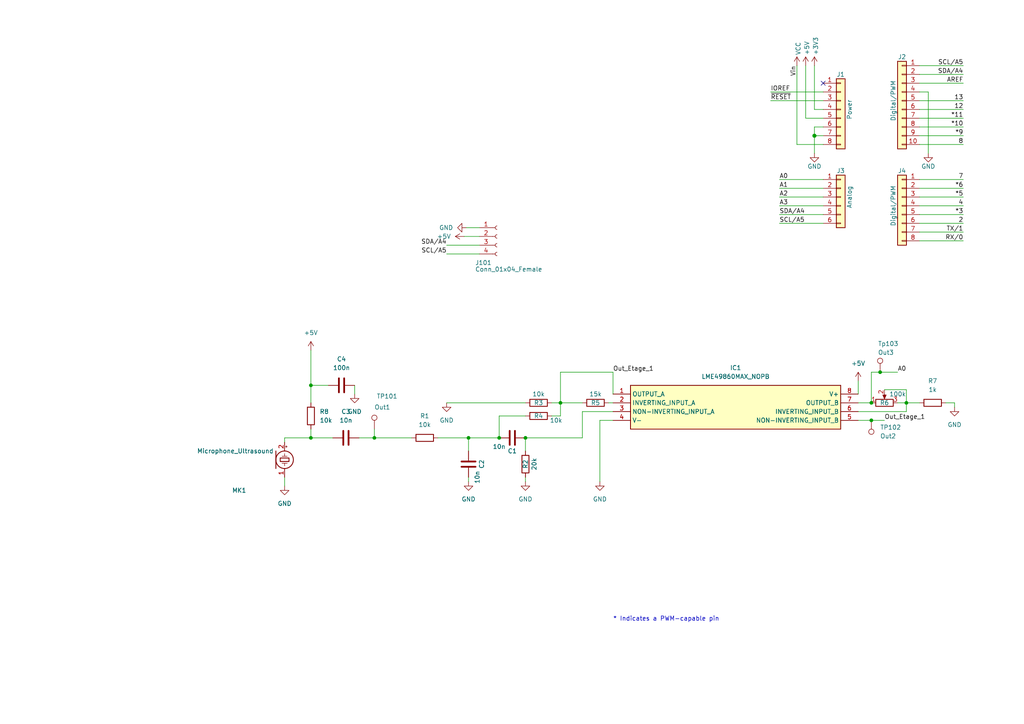
<source format=kicad_sch>
(kicad_sch (version 20230121) (generator eeschema)
  (paper "A4")
  (title_block (date "mar. 31 mars 2015"))
  (lib_symbols
    (symbol "+5V_1" (power) (pin_names (offset 0))
      (property "Value" "+5V_1" (at 0 3.556 0))
      (symbol "+5V_1_0_1"
        (polyline (pts (xy -0.762 1.27) (xy 0 2.54)))
        (polyline (pts (xy 0 0) (xy 0 2.54)))
        (polyline (pts (xy 0 2.54) (xy 0.762 1.27)))
      )
      (symbol "+5V_1_1_1"
        (pin power_in line (at 0 0 90) (length 0) hide (name "+5V") (number "1"))
      )
    )
    (symbol "+5V_2" (power) (pin_names (offset 0))
      (property "Value" "+5V_2" (at 0 3.556 0))
      (symbol "+5V_2_0_1"
        (polyline (pts (xy -0.762 1.27) (xy 0 2.54)))
        (polyline (pts (xy 0 0) (xy 0 2.54)))
        (polyline (pts (xy 0 2.54) (xy 0.762 1.27)))
      )
      (symbol "+5V_2_1_1"
        (pin power_in line (at 0 0 90) (length 0) hide (name "+5V") (number "1"))
      )
    )
    (symbol "Connector:Conn_01x04_Female" (pin_names (offset 1.016) hide)
      (property "Reference" "J" (at 0 5.08 0))
      (property "Value" "Conn_01x04_Female" (at 0 -7.62 0))
      (symbol "Conn_01x04_Female_1_1"
        (arc (start 0 -4.572) (mid -0.5058 -5.08) (end 0 -5.588) (stroke (width 0.1524)))
        (arc (start 0 -2.032) (mid -0.5058 -2.54) (end 0 -3.048) (stroke (width 0.1524)))
        (polyline (pts (xy -1.27 -5.08) (xy -0.508 -5.08)) (stroke (width 0.1524)))
        (polyline (pts (xy -1.27 -2.54) (xy -0.508 -2.54)) (stroke (width 0.1524)))
        (polyline (pts (xy -1.27 0) (xy -0.508 0)) (stroke (width 0.1524)))
        (polyline (pts (xy -1.27 2.54) (xy -0.508 2.54)) (stroke (width 0.1524)))
        (arc (start 0 0.508) (mid -0.5058 0) (end 0 -0.508) (stroke (width 0.1524)))
        (arc (start 0 3.048) (mid -0.5058 2.54) (end 0 2.032) (stroke (width 0.1524)))
        (pin passive line (at -5.08 2.54 0) (length 3.81) (name "Pin_1") (number "1"))
        (pin passive line (at -5.08 0 0) (length 3.81) (name "Pin_2") (number "2"))
        (pin passive line (at -5.08 -2.54 0) (length 3.81) (name "Pin_3") (number "3"))
        (pin passive line (at -5.08 -5.08 0) (length 3.81) (name "Pin_4") (number "4"))
      )
    )
    (symbol "Connector:TestPoint" (pin_numbers hide) (pin_names (offset 0.762) hide)
      (property "Reference" "TP" (at 0 6.858 0))
      (property "Value" "TestPoint" (at 0 5.08 0))
      (symbol "TestPoint_0_1"
        (circle (center 0 3.302) (radius 0.762))
      )
      (symbol "TestPoint_1_1"
        (pin passive line (at 0 0 90) (length 2.54) (name "1") (number "1"))
      )
    )
    (symbol "Connector_Generic:Conn_01x06" (pin_names (offset 1.016) hide)
      (property "Reference" "J" (at 0 7.62 0))
      (property "Value" "Conn_01x06" (at 0 -10.16 0))
      (symbol "Conn_01x06_1_1"
        (rectangle (start -1.27 -7.493) (end 0 -7.747) (stroke (width 0.1524)))
        (rectangle (start -1.27 -4.953) (end 0 -5.207) (stroke (width 0.1524)))
        (rectangle (start -1.27 -2.413) (end 0 -2.667) (stroke (width 0.1524)))
        (rectangle (start -1.27 0.127) (end 0 -0.127) (stroke (width 0.1524)))
        (rectangle (start -1.27 2.667) (end 0 2.413) (stroke (width 0.1524)))
        (rectangle (start -1.27 5.207) (end 0 4.953) (stroke (width 0.1524)))
        (rectangle (start -1.27 6.35) (end 1.27 -8.89) (stroke (width 0.254)) (fill (type background)))
        (pin passive line (at -5.08 5.08 0) (length 3.81) (name "Pin_1") (number "1"))
        (pin passive line (at -5.08 2.54 0) (length 3.81) (name "Pin_2") (number "2"))
        (pin passive line (at -5.08 0 0) (length 3.81) (name "Pin_3") (number "3"))
        (pin passive line (at -5.08 -2.54 0) (length 3.81) (name "Pin_4") (number "4"))
        (pin passive line (at -5.08 -5.08 0) (length 3.81) (name "Pin_5") (number "5"))
        (pin passive line (at -5.08 -7.62 0) (length 3.81) (name "Pin_6") (number "6"))
      )
    )
    (symbol "Connector_Generic:Conn_01x08" (pin_names (offset 1.016) hide)
      (property "Reference" "J" (at 0 10.16 0))
      (property "Value" "Conn_01x08" (at 0 -12.7 0))
      (symbol "Conn_01x08_1_1"
        (rectangle (start -1.27 -10.033) (end 0 -10.287) (stroke (width 0.1524)))
        (rectangle (start -1.27 -7.493) (end 0 -7.747) (stroke (width 0.1524)))
        (rectangle (start -1.27 -4.953) (end 0 -5.207) (stroke (width 0.1524)))
        (rectangle (start -1.27 -2.413) (end 0 -2.667) (stroke (width 0.1524)))
        (rectangle (start -1.27 0.127) (end 0 -0.127) (stroke (width 0.1524)))
        (rectangle (start -1.27 2.667) (end 0 2.413) (stroke (width 0.1524)))
        (rectangle (start -1.27 5.207) (end 0 4.953) (stroke (width 0.1524)))
        (rectangle (start -1.27 7.747) (end 0 7.493) (stroke (width 0.1524)))
        (rectangle (start -1.27 8.89) (end 1.27 -11.43) (stroke (width 0.254)) (fill (type background)))
        (pin passive line (at -5.08 7.62 0) (length 3.81) (name "Pin_1") (number "1"))
        (pin passive line (at -5.08 5.08 0) (length 3.81) (name "Pin_2") (number "2"))
        (pin passive line (at -5.08 2.54 0) (length 3.81) (name "Pin_3") (number "3"))
        (pin passive line (at -5.08 0 0) (length 3.81) (name "Pin_4") (number "4"))
        (pin passive line (at -5.08 -2.54 0) (length 3.81) (name "Pin_5") (number "5"))
        (pin passive line (at -5.08 -5.08 0) (length 3.81) (name "Pin_6") (number "6"))
        (pin passive line (at -5.08 -7.62 0) (length 3.81) (name "Pin_7") (number "7"))
        (pin passive line (at -5.08 -10.16 0) (length 3.81) (name "Pin_8") (number "8"))
      )
    )
    (symbol "Connector_Generic:Conn_01x10" (pin_names (offset 1.016) hide)
      (property "Reference" "J" (at 0 12.7 0))
      (property "Value" "Conn_01x10" (at 0 -15.24 0))
      (symbol "Conn_01x10_1_1"
        (rectangle (start -1.27 -12.573) (end 0 -12.827) (stroke (width 0.1524)))
        (rectangle (start -1.27 -10.033) (end 0 -10.287) (stroke (width 0.1524)))
        (rectangle (start -1.27 -7.493) (end 0 -7.747) (stroke (width 0.1524)))
        (rectangle (start -1.27 -4.953) (end 0 -5.207) (stroke (width 0.1524)))
        (rectangle (start -1.27 -2.413) (end 0 -2.667) (stroke (width 0.1524)))
        (rectangle (start -1.27 0.127) (end 0 -0.127) (stroke (width 0.1524)))
        (rectangle (start -1.27 2.667) (end 0 2.413) (stroke (width 0.1524)))
        (rectangle (start -1.27 5.207) (end 0 4.953) (stroke (width 0.1524)))
        (rectangle (start -1.27 7.747) (end 0 7.493) (stroke (width 0.1524)))
        (rectangle (start -1.27 10.287) (end 0 10.033) (stroke (width 0.1524)))
        (rectangle (start -1.27 11.43) (end 1.27 -13.97) (stroke (width 0.254)) (fill (type background)))
        (pin passive line (at -5.08 10.16 0) (length 3.81) (name "Pin_1") (number "1"))
        (pin passive line (at -5.08 -12.7 0) (length 3.81) (name "Pin_10") (number "10"))
        (pin passive line (at -5.08 7.62 0) (length 3.81) (name "Pin_2") (number "2"))
        (pin passive line (at -5.08 5.08 0) (length 3.81) (name "Pin_3") (number "3"))
        (pin passive line (at -5.08 2.54 0) (length 3.81) (name "Pin_4") (number "4"))
        (pin passive line (at -5.08 0 0) (length 3.81) (name "Pin_5") (number "5"))
        (pin passive line (at -5.08 -2.54 0) (length 3.81) (name "Pin_6") (number "6"))
        (pin passive line (at -5.08 -5.08 0) (length 3.81) (name "Pin_7") (number "7"))
        (pin passive line (at -5.08 -7.62 0) (length 3.81) (name "Pin_8") (number "8"))
        (pin passive line (at -5.08 -10.16 0) (length 3.81) (name "Pin_9") (number "9"))
      )
    )
    (symbol "Device:C" (pin_numbers hide) (pin_names (offset 0.254))
      (property "Reference" "C" (at 0.635 2.54 0))
      (property "Value" "C" (at 0.635 -2.54 0))
      (symbol "C_0_1"
        (polyline (pts (xy -2.032 -0.762) (xy 2.032 -0.762)) (stroke (width 0.508)))
        (polyline (pts (xy -2.032 0.762) (xy 2.032 0.762)) (stroke (width 0.508)))
      )
      (symbol "C_1_1"
        (pin passive line (at 0 3.81 270) (length 2.794) (name "~") (number "1"))
        (pin passive line (at 0 -3.81 90) (length 2.794) (name "~") (number "2"))
      )
    )
    (symbol "Device:Microphone_Ultrasound" (pin_names (offset 0.0254) hide)
      (property "Reference" "MK" (at -3.81 1.143 0))
      (property "Value" "Microphone_Ultrasound" (at -3.81 -0.762 0))
      (symbol "Microphone_Ultrasound_0_1"
        (rectangle (start -1.27 0.508) (end 1.27 -0.508) (stroke (width 0.254)))
        (polyline (pts (xy -2.54 2.54) (xy -2.54 -2.54)) (stroke (width 0.254)))
        (polyline (pts (xy -0.762 -1.016) (xy 0.762 -1.016)))
        (polyline (pts (xy -0.762 1.016) (xy 0.762 1.016)))
        (polyline (pts (xy 0 -1.016) (xy 0 -1.778)))
        (polyline (pts (xy 0 1.016) (xy 0 1.778)))
        (polyline (pts (xy 0.254 3.81) (xy 0.762 3.81)))
        (polyline (pts (xy 0.508 4.064) (xy 0.508 3.556)))
        (circle (center 0 0) (radius 2.54) (stroke (width 0.254)))
      )
      (symbol "Microphone_Ultrasound_1_1"
        (pin passive line (at 0 -5.08 90) (length 2.54) (name "-") (number "1"))
        (pin passive line (at 0 5.08 270) (length 2.54) (name "+") (number "2"))
      )
    )
    (symbol "Device:R" (pin_numbers hide) (pin_names (offset 0))
      (property "Reference" "R" (at 2.032 0 90))
      (property "Value" "R" (at 0 0 90))
      (symbol "R_0_1"
        (rectangle (start -1.016 -2.54) (end 1.016 2.54) (stroke (width 0.254)))
      )
      (symbol "R_1_1"
        (pin passive line (at 0 3.81 270) (length 1.27) (name "~") (number "1"))
        (pin passive line (at 0 -3.81 90) (length 1.27) (name "~") (number "2"))
      )
    )
    (symbol "Device:R_Potentiometer" (pin_names (offset 1.016) hide)
      (property "Reference" "RV" (at -4.445 0 90))
      (property "Value" "R_Potentiometer" (at -2.54 0 90))
      (symbol "R_Potentiometer_0_1"
        (polyline (pts (xy 2.54 0) (xy 1.524 0)))
        (polyline (pts (xy 1.143 0) (xy 2.286 0.508) (xy 2.286 -0.508) (xy 1.143 0)) (fill (type outline)))
        (rectangle (start 1.016 2.54) (end -1.016 -2.54) (stroke (width 0.254)))
      )
      (symbol "R_Potentiometer_1_1"
        (pin passive line (at 0 3.81 270) (length 1.27) (name "1") (number "1"))
        (pin passive line (at 3.81 0 180) (length 1.27) (name "2") (number "2"))
        (pin passive line (at 0 -3.81 90) (length 1.27) (name "3") (number "3"))
      )
    )
    (symbol "GND_1" (power) (pin_names (offset 0))
      (property "Value" "GND_1" (at 0 -3.81 0))
      (symbol "GND_1_0_1"
        (polyline (pts (xy 0 0) (xy 0 -1.27) (xy 1.27 -1.27) (xy 0 -2.54) (xy -1.27 -1.27) (xy 0 -1.27)))
      )
      (symbol "GND_1_1_1"
        (pin power_in line (at 0 0 270) (length 0) hide (name "GND") (number "1"))
      )
    )
    (symbol "GND_2" (power) (pin_names (offset 0))
      (property "Value" "GND_2" (at 0 -3.81 0))
      (symbol "GND_2_0_1"
        (polyline (pts (xy 0 0) (xy 0 -1.27) (xy 1.27 -1.27) (xy 0 -2.54) (xy -1.27 -1.27) (xy 0 -1.27)))
      )
      (symbol "GND_2_1_1"
        (pin power_in line (at 0 0 270) (length 0) hide (name "GND") (number "1"))
      )
    )
    (symbol "GND_3" (power) (pin_names (offset 0))
      (property "Value" "GND_3" (at 0 -3.81 0))
      (symbol "GND_3_0_1"
        (polyline (pts (xy 0 0) (xy 0 -1.27) (xy 1.27 -1.27) (xy 0 -2.54) (xy -1.27 -1.27) (xy 0 -1.27)))
      )
      (symbol "GND_3_1_1"
        (pin power_in line (at 0 0 270) (length 0) hide (name "GND") (number "1"))
      )
    )
    (symbol "GND_4" (power) (pin_names (offset 0))
      (property "Value" "GND_4" (at 0 -3.81 0))
      (symbol "GND_4_0_1"
        (polyline (pts (xy 0 0) (xy 0 -1.27) (xy 1.27 -1.27) (xy 0 -2.54) (xy -1.27 -1.27) (xy 0 -1.27)))
      )
      (symbol "GND_4_1_1"
        (pin power_in line (at 0 0 270) (length 0) hide (name "GND") (number "1"))
      )
    )
    (symbol "LME49860MAX_NOPB:LME49860MAX_NOPB"
      (property "Reference" "IC" (at 67.31 7.62 0))
      (property "Value" "LME49860MAX_NOPB" (at 67.31 5.08 0))
      (symbol "LME49860MAX_NOPB_1_1"
        (rectangle (start 5.08 2.54) (end 66.04 -10.16) (stroke (width 0.254)) (fill (type background)))
        (pin passive line (at 0 0 0) (length 5.08) (name "OUTPUT_A") (number "1"))
        (pin passive line (at 0 -2.54 0) (length 5.08) (name "INVERTING_INPUT_A") (number "2"))
        (pin passive line (at 0 -5.08 0) (length 5.08) (name "NON-INVERTING_INPUT_A") (number "3"))
        (pin passive line (at 0 -7.62 0) (length 5.08) (name "V-") (number "4"))
        (pin passive line (at 71.12 -7.62 180) (length 5.08) (name "NON-INVERTING_INPUT_B") (number "5"))
        (pin passive line (at 71.12 -5.08 180) (length 5.08) (name "INVERTING_INPUT_B") (number "6"))
        (pin passive line (at 71.12 -2.54 180) (length 5.08) (name "OUTPUT_B") (number "7"))
        (pin passive line (at 71.12 0 180) (length 5.08) (name "V+") (number "8"))
      )
    )
    (symbol "power:+3V3" (power) (pin_names (offset 0))
      (property "Value" "+3V3" (at 0 3.556 0))
      (symbol "+3V3_0_1"
        (polyline (pts (xy -0.762 1.27) (xy 0 2.54)))
        (polyline (pts (xy 0 0) (xy 0 2.54)))
        (polyline (pts (xy 0 2.54) (xy 0.762 1.27)))
      )
      (symbol "+3V3_1_1"
        (pin power_in line (at 0 0 90) (length 0) hide (name "+3V3") (number "1"))
      )
    )
    (symbol "power:+5V" (power) (pin_names (offset 0))
      (property "Value" "+5V" (at 0 3.556 0))
      (symbol "+5V_0_1"
        (polyline (pts (xy -0.762 1.27) (xy 0 2.54)))
        (polyline (pts (xy 0 0) (xy 0 2.54)))
        (polyline (pts (xy 0 2.54) (xy 0.762 1.27)))
      )
      (symbol "+5V_1_1"
        (pin power_in line (at 0 0 90) (length 0) hide (name "+5V") (number "1"))
      )
    )
    (symbol "power:GND" (power) (pin_names (offset 0))
      (property "Value" "GND" (at 0 -3.81 0))
      (symbol "GND_0_1"
        (polyline (pts (xy 0 0) (xy 0 -1.27) (xy 1.27 -1.27) (xy 0 -2.54) (xy -1.27 -1.27) (xy 0 -1.27)))
      )
      (symbol "GND_1_1"
        (pin power_in line (at 0 0 270) (length 0) hide (name "GND") (number "1"))
      )
    )
    (symbol "power:VCC" (power) (pin_names (offset 0))
      (property "Value" "VCC" (at 0 3.81 0))
      (symbol "VCC_0_1"
        (polyline (pts (xy -0.762 1.27) (xy 0 2.54)))
        (polyline (pts (xy 0 0) (xy 0 2.54)))
        (polyline (pts (xy 0 2.54) (xy 0.762 1.27)))
      )
      (symbol "VCC_1_1"
        (pin power_in line (at 0 0 90) (length 0) hide (name "VCC") (number "1"))
      )
    )
  )
  (junction (at 90.17 111.76))
  (junction (at 236.22 39.37) (diameter 1.016))
  (junction (at 135.89 127))
  (junction (at 152.4 127))
  (junction (at 108.585 127))
  (junction (at 144.78 127))
  (junction (at 252.73 116.84))
  (junction (at 162.56 116.84))
  (junction (at 90.17 127))
  (junction (at 255.27 107.95))
  (junction (at 262.89 116.84))
  (junction (at 252.73 121.92))
  (no_connect (at 238.76 24.13))
  (wire (pts (xy 266.7 69.85) (xy 279.4 69.85)))
  (wire (pts (xy 144.78 120.65) (xy 152.4 120.65)))
  (wire (pts (xy 252.73 121.92) (xy 256.54 121.92)))
  (wire (pts (xy 144.78 127) (xy 144.78 120.65)))
  (wire (pts (xy 90.17 124.46) (xy 90.17 127)))
  (wire (pts (xy 266.7 36.83) (xy 279.4 36.83)))
  (wire (pts (xy 135.89 127) (xy 135.89 130.81)))
  (wire (pts (xy 266.7 19.05) (xy 279.4 19.05)))
  (wire (pts (xy 104.14 127) (xy 108.585 127)))
  (wire (pts (xy 90.17 111.76) (xy 95.25 111.76)))
  (wire (pts (xy 248.92 110.49) (xy 248.92 114.3)))
  (wire (pts (xy 102.87 114.3) (xy 102.87 111.76)))
  (wire (pts (xy 177.8 107.95) (xy 177.8 114.3)))
  (wire (pts (xy 129.54 71.12) (xy 139.065 71.12)))
  (wire (pts (xy 236.22 36.83) (xy 236.22 39.37)))
  (wire (pts (xy 82.55 138.43) (xy 82.55 140.97)))
  (wire (pts (xy 226.06 64.77) (xy 238.76 64.77)))
  (wire (pts (xy 134.62 68.58) (xy 139.065 68.58)))
  (wire (pts (xy 162.56 120.65) (xy 162.56 116.84)))
  (wire (pts (xy 252.73 107.95) (xy 255.27 107.95)))
  (wire (pts (xy 274.32 116.84) (xy 276.86 116.84)))
  (wire (pts (xy 173.99 121.92) (xy 173.99 139.7)))
  (wire (pts (xy 90.17 101.6) (xy 90.17 111.76)))
  (wire (pts (xy 236.22 39.37) (xy 236.22 44.45)))
  (wire (pts (xy 177.8 119.38) (xy 168.91 119.38)))
  (wire (pts (xy 168.91 119.38) (xy 168.91 127)))
  (wire (pts (xy 236.22 31.75) (xy 238.76 31.75)))
  (wire (pts (xy 248.92 119.38) (xy 262.89 119.38)))
  (wire (pts (xy 233.68 34.29) (xy 238.76 34.29)))
  (wire (pts (xy 233.68 19.05) (xy 233.68 34.29)))
  (wire (pts (xy 162.56 116.84) (xy 168.91 116.84)))
  (wire (pts (xy 266.7 29.21) (xy 279.4 29.21)))
  (wire (pts (xy 127 127) (xy 135.89 127)))
  (wire (pts (xy 236.22 19.05) (xy 236.22 31.75)))
  (wire (pts (xy 266.7 52.07) (xy 279.4 52.07)))
  (wire (pts (xy 238.76 52.07) (xy 226.06 52.07)))
  (wire (pts (xy 266.7 31.75) (xy 279.4 31.75)))
  (wire (pts (xy 266.7 54.61) (xy 279.4 54.61)))
  (wire (pts (xy 176.53 116.84) (xy 177.8 116.84)))
  (wire (pts (xy 256.54 113.03) (xy 262.89 113.03)))
  (wire (pts (xy 266.7 39.37) (xy 279.4 39.37)))
  (wire (pts (xy 266.7 59.69) (xy 279.4 59.69)))
  (wire (pts (xy 135.255 66.04) (xy 139.065 66.04)))
  (wire (pts (xy 152.4 127) (xy 168.91 127)))
  (wire (pts (xy 255.27 107.95) (xy 260.35 107.95)))
  (wire (pts (xy 248.92 116.84) (xy 252.73 116.84)))
  (wire (pts (xy 223.52 26.67) (xy 238.76 26.67)))
  (wire (pts (xy 162.56 107.95) (xy 177.8 107.95)))
  (wire (pts (xy 90.17 111.76) (xy 90.17 116.84)))
  (wire (pts (xy 269.24 26.67) (xy 269.24 44.45)))
  (wire (pts (xy 173.99 121.92) (xy 177.8 121.92)))
  (wire (pts (xy 266.7 24.13) (xy 279.4 24.13)))
  (wire (pts (xy 160.02 116.84) (xy 162.56 116.84)))
  (wire (pts (xy 248.92 121.92) (xy 252.73 121.92)))
  (wire (pts (xy 238.76 57.15) (xy 226.06 57.15)))
  (wire (pts (xy 223.52 29.21) (xy 238.76 29.21)))
  (wire (pts (xy 238.76 39.37) (xy 236.22 39.37)))
  (wire (pts (xy 152.4 116.84) (xy 129.54 116.84)))
  (wire (pts (xy 252.73 116.84) (xy 252.73 107.95)))
  (wire (pts (xy 238.76 41.91) (xy 231.14 41.91)))
  (wire (pts (xy 262.89 113.03) (xy 262.89 116.84)))
  (wire (pts (xy 162.56 120.65) (xy 160.02 120.65)))
  (wire (pts (xy 90.17 127) (xy 96.52 127)))
  (wire (pts (xy 226.06 54.61) (xy 238.76 54.61)))
  (wire (pts (xy 260.35 116.84) (xy 262.89 116.84)))
  (wire (pts (xy 266.7 26.67) (xy 269.24 26.67)))
  (wire (pts (xy 82.55 128.27) (xy 82.55 127)))
  (wire (pts (xy 238.76 36.83) (xy 236.22 36.83)))
  (wire (pts (xy 266.7 34.29) (xy 279.4 34.29)))
  (wire (pts (xy 262.89 116.84) (xy 266.7 116.84)))
  (wire (pts (xy 108.585 124.46) (xy 108.585 127)))
  (wire (pts (xy 266.7 57.15) (xy 279.4 57.15)))
  (wire (pts (xy 226.06 59.69) (xy 238.76 59.69)))
  (wire (pts (xy 108.585 127) (xy 119.38 127)))
  (wire (pts (xy 152.4 139.7) (xy 152.4 138.43)))
  (wire (pts (xy 262.89 116.84) (xy 262.89 119.38)))
  (wire (pts (xy 135.89 138.43) (xy 135.89 139.7)))
  (wire (pts (xy 82.55 127) (xy 90.17 127)))
  (wire (pts (xy 266.7 21.59) (xy 279.4 21.59)))
  (wire (pts (xy 129.54 73.66) (xy 139.065 73.66)))
  (wire (pts (xy 276.86 116.84) (xy 276.86 118.11)))
  (wire (pts (xy 266.7 64.77) (xy 279.4 64.77)))
  (wire (pts (xy 266.7 62.23) (xy 279.4 62.23)))
  (wire (pts (xy 144.78 127) (xy 135.89 127)))
  (wire (pts (xy 162.56 107.95) (xy 162.56 116.84)))
  (wire (pts (xy 266.7 67.31) (xy 279.4 67.31)))
  (wire (pts (xy 231.14 41.91) (xy 231.14 19.05)))
  (wire (pts (xy 152.4 127) (xy 152.4 130.81)))
  (wire (pts (xy 238.76 62.23) (xy 226.06 62.23)))
  (wire (pts (xy 266.7 41.91) (xy 279.4 41.91)))
  (text "* Indicates a PWM-capable pin" (at 177.8 180.34 0) (effects (font (size 1.27 1.27)) (justify left bottom)))
  (label "RX{slash}0" (at 279.4 69.85 180))
  (label "A2" (at 226.06 57.15 0))
  (label "4" (at 279.4 59.69 180))
  (label "2" (at 279.4 64.77 180))
  (label "A3" (at 226.06 59.69 0))
  (label "13" (at 279.4 29.21 180))
  (label "12" (at 279.4 31.75 180))
  (label "Out_Etage_1" (at 177.8 107.95 0))
  (label "~{RESET}" (at 223.52 29.21 0))
  (label "Out_Etage_1" (at 256.54 121.92 0))
  (label "*10" (at 279.4 36.83 180))
  (label "SCL{slash}A5" (at 129.54 73.66 180))
  (label "7" (at 279.4 52.07 180))
  (label "SDA{slash}A4" (at 279.4 21.59 180))
  (label "8" (at 279.4 41.91 180))
  (label "*11" (at 279.4 34.29 180))
  (label "*3" (at 279.4 62.23 180))
  (label "A1" (at 226.06 54.61 0))
  (label "TX{slash}1" (at 279.4 67.31 180))
  (label "A0" (at 226.06 52.07 0))
  (label "AREF" (at 279.4 24.13 180))
  (label "Vin" (at 231.14 19.05 270))
  (label "*6" (at 279.4 54.61 180))
  (label "SCL{slash}A5" (at 279.4 19.05 180))
  (label "*9" (at 279.4 39.37 180))
  (label "A0" (at 260.35 107.95 0))
  (label "*5" (at 279.4 57.15 180))
  (label "IOREF" (at 223.52 26.67 0))
  (label "SDA{slash}A4" (at 129.54 71.12 180))
  (label "SDA{slash}A4" (at 226.06 62.23 0))
  (label "SCL{slash}A5" (at 226.06 64.77 0))
  (symbol (lib_id "Connector_Generic:Conn_01x08") (at 243.84 31.75 0) (unit 1)
    (property "Reference" "J1" (at 243.84 21.59 0))
    (property "Value" "Power" (at 246.38 31.75 90))
    (property "Footprint" "Connector_PinSocket_2.54mm:PinSocket_1x08_P2.54mm_Vertical" (effects hide))
  )
  (symbol (lib_id "power:+3V3") (at 236.22 19.05 0) (unit 1)
    (property "Reference" "#PWR03" (effects hide))
    (property "Value" "+3.3V" (at 236.601 16.002 90) (effects (justify left)))
  )
  (symbol (lib_id "power:+5V") (at 233.68 19.05 0) (unit 1)
    (property "Reference" "#PWR02" (effects hide))
    (property "Value" "+5V" (at 234.0356 16.002 90) (effects (justify left)))
  )
  (symbol (lib_id "power:GND") (at 236.22 44.45 0) (unit 1)
    (property "Reference" "#PWR04" (effects hide))
    (property "Value" "GND" (at 236.22 48.26 0))
  )
  (symbol (lib_id "Connector_Generic:Conn_01x10") (at 261.62 29.21 0) (mirror y) (unit 1)
    (property "Reference" "J2" (at 261.62 16.51 0))
    (property "Value" "Digital/PWM" (at 259.08 29.21 90))
    (property "Footprint" "Connector_PinSocket_2.54mm:PinSocket_1x10_P2.54mm_Vertical" (effects hide))
  )
  (symbol (lib_id "power:GND") (at 269.24 44.45 0) (unit 1)
    (property "Reference" "#PWR05" (effects hide))
    (property "Value" "GND" (at 269.24 48.26 0))
  )
  (symbol (lib_id "Connector_Generic:Conn_01x06") (at 243.84 57.15 0) (unit 1)
    (property "Reference" "J3" (at 243.84 49.53 0))
    (property "Value" "Analog" (at 246.38 57.15 90))
    (property "Footprint" "Connector_PinSocket_2.54mm:PinSocket_1x06_P2.54mm_Vertical" (effects hide))
  )
  (symbol (lib_id "Connector_Generic:Conn_01x08") (at 261.62 59.69 0) (mirror y) (unit 1)
    (property "Reference" "J4" (at 261.62 49.53 0))
    (property "Value" "Digital/PWM" (at 259.08 59.69 90))
    (property "Footprint" "Connector_PinSocket_2.54mm:PinSocket_1x08_P2.54mm_Vertical" (effects hide))
  )
  (symbol (lib_id "Device:R") (at 90.17 120.65 0) (unit 1)
    (property "Reference" "R8" (at 92.71 119.38 0) (effects (justify left)))
    (property "Value" "10k" (at 92.71 121.92 0) (effects (justify left)))
    (property "Footprint" "Resistor_SMD:R_1206_3216Metric_Pad1.30x1.75mm_HandSolder" (effects hide))
  )
  (symbol (lib_name "+5V_2") (lib_id "power:+5V") (at 90.17 101.6 0) (unit 1)
    (property "Reference" "#PWR013" (effects hide))
    (property "Value" "+5V" (at 90.17 96.52 0))
  )
  (symbol (lib_id "Device:C") (at 135.89 134.62 180) (unit 1)
    (property "Reference" "C2" (at 139.7 134.62 90))
    (property "Value" "10n" (at 138.43 138.43 90))
    (property "Footprint" "Capacitor_SMD:C_1206_3216Metric_Pad1.33x1.80mm_HandSolder" (effects hide))
  )
  (symbol (lib_id "Connector:Conn_01x04_Female") (at 144.145 68.58 0) (unit 1)
    (property "Reference" "J101" (at 137.795 76.2 0) (effects (justify left)))
    (property "Value" "Conn_01x04_Female" (at 137.795 78.105 0) (effects (justify left)))
    (property "Footprint" "Connector_JST:JST_XH_B4B-XH-A_1x04_P2.50mm_Vertical" (effects hide))
  )
  (symbol (lib_id "Device:Microphone_Ultrasound") (at 82.55 133.35 0) (unit 1)
    (property "Reference" "MK1" (at 67.31 142.24 0) (effects (justify left)))
    (property "Value" "Microphone_Ultrasound" (at 57.15 130.81 0) (effects (justify left)))
    (property "Footprint" "Diode_THT:D_A-405_P2.54mm_Vertical_AnodeUp" (effects hide))
  )
  (symbol (lib_id "Device:R") (at 152.4 134.62 180) (unit 1)
    (property "Reference" "R2" (at 152.4 134.62 90))
    (property "Value" "20k" (at 154.94 134.62 90))
    (property "Footprint" "Resistor_SMD:R_0805_2012Metric_Pad1.20x1.40mm_HandSolder" (effects hide))
  )
  (symbol (lib_name "GND_3") (lib_id "power:GND") (at 173.99 139.7 0) (unit 1)
    (property "Reference" "#PWR011" (effects hide))
    (property "Value" "GND" (at 173.99 144.78 0))
  )
  (symbol (lib_id "Device:R") (at 156.21 120.65 90) (unit 1)
    (property "Reference" "R4" (at 156.21 120.65 90))
    (property "Value" "10k" (at 161.29 121.92 90))
    (property "Footprint" "Resistor_SMD:R_1206_3216Metric_Pad1.30x1.75mm_HandSolder" (effects hide))
  )
  (symbol (lib_id "power:GND") (at 135.255 66.04 270) (unit 1)
    (property "Reference" "#PWR0101" (effects hide))
    (property "Value" "GND" (at 131.445 66.04 90) (effects (justify right)))
  )
  (symbol (lib_name "GND_3") (lib_id "power:GND") (at 135.89 139.7 0) (unit 1)
    (property "Reference" "#PWR09" (effects hide))
    (property "Value" "GND" (at 135.89 144.78 0))
  )
  (symbol (lib_id "power:+5V") (at 134.62 68.58 90) (unit 1)
    (property "Reference" "#PWR0102" (effects hide))
    (property "Value" "+5V" (at 130.81 68.58 90) (effects (justify left)))
  )
  (symbol (lib_id "LME49860MAX_NOPB:LME49860MAX_NOPB") (at 177.8 114.3 0) (unit 1)
    (property "Reference" "IC1" (at 213.36 106.68 0))
    (property "Value" "LME49860MAX_NOPB" (at 213.36 109.22 0))
    (property "Footprint" "KiCad:SOIC127P600X175-8N" (effects hide))
    (property "Datasheet" "http://www.ti.com/lit/gpn/lme49860" (effects hide))
    (property "Height" "1.75" (effects hide))
    (property "Mouser Part Number" "926-LME49860MAX/NOPB" (effects hide))
    (property "Mouser Price/Stock" "https://www.mouser.co.uk/ProductDetail/Texas-Instruments/LME49860MAX-NOPB?qs=7lkVKPoqpbYDt5Sw0CH1Cw%3D%3D" (effects hide))
    (property "Manufacturer_Name" "Texas Instruments" (effects hide))
    (property "Manufacturer_Part_Number" "LME49860MAX/NOPB" (effects hide))
  )
  (symbol (lib_name "GND_3") (lib_id "power:GND") (at 102.87 114.3 0) (unit 1)
    (property "Reference" "#PWR014" (effects hide))
    (property "Value" "GND" (at 102.87 119.38 0))
  )
  (symbol (lib_id "power:VCC") (at 231.14 19.05 0) (unit 1)
    (property "Reference" "#PWR01" (effects hide))
    (property "Value" "VCC" (at 231.521 16.002 90) (effects (justify left)))
  )
  (symbol (lib_name "GND_1") (lib_id "power:GND") (at 276.86 118.11 0) (unit 1)
    (property "Reference" "#PWR06" (effects hide))
    (property "Value" "GND" (at 276.86 123.19 0))
  )
  (symbol (lib_id "Connector:TestPoint") (at 252.73 121.92 180) (unit 1)
    (property "Reference" "TP102" (at 255.27 123.952 0) (effects (justify right)))
    (property "Value" "Out2" (at 255.27 126.492 0) (effects (justify right)))
    (property "Footprint" "TestPoint:TestPoint_Loop_D3.80mm_Drill2.0mm" (effects hide))
  )
  (symbol (lib_id "Connector:TestPoint") (at 255.27 107.95 0) (unit 1)
    (property "Reference" "Tp103" (at 254.635 99.695 0) (effects (justify left)))
    (property "Value" "Out3" (at 254.635 102.235 0) (effects (justify left)))
    (property "Footprint" "TestPoint:TestPoint_Loop_D3.80mm_Drill2.0mm" (effects hide))
  )
  (symbol (lib_id "Device:C") (at 148.59 127 90) (unit 1)
    (property "Reference" "C1" (at 148.59 130.81 90))
    (property "Value" "10n" (at 144.78 129.54 90))
    (property "Footprint" "Capacitor_SMD:C_1206_3216Metric_Pad1.33x1.80mm_HandSolder" (effects hide))
  )
  (symbol (lib_name "+5V_1") (lib_id "power:+5V") (at 248.92 110.49 0) (unit 1)
    (property "Reference" "#PWR010" (effects hide))
    (property "Value" "+5V" (at 248.92 105.41 0))
  )
  (symbol (lib_id "Device:R") (at 123.19 127 90) (unit 1)
    (property "Reference" "R1" (at 123.19 120.65 90))
    (property "Value" "10k" (at 123.19 123.19 90))
    (property "Footprint" "Resistor_SMD:R_1206_3216Metric_Pad1.30x1.75mm_HandSolder" (effects hide))
  )
  (symbol (lib_name "GND_4") (lib_id "power:GND") (at 82.55 140.97 0) (unit 1)
    (property "Reference" "#PWR012" (effects hide))
    (property "Value" "GND" (at 82.55 146.05 0))
  )
  (symbol (lib_name "GND_2") (lib_id "power:GND") (at 129.54 116.84 0) (unit 1)
    (property "Reference" "#PWR07" (effects hide))
    (property "Value" "GND" (at 129.54 121.92 0))
  )
  (symbol (lib_id "Device:C") (at 100.33 127 90) (unit 1)
    (property "Reference" "C3" (at 100.33 119.38 90))
    (property "Value" "10n" (at 100.33 121.92 90))
    (property "Footprint" "Capacitor_SMD:C_1206_3216Metric_Pad1.33x1.80mm_HandSolder" (effects hide))
  )
  (symbol (lib_id "Device:R") (at 172.72 116.84 90) (unit 1)
    (property "Reference" "R5" (at 172.72 116.84 90))
    (property "Value" "15k" (at 172.72 114.3 90))
    (property "Footprint" "Resistor_SMD:R_0805_2012Metric_Pad1.20x1.40mm_HandSolder" (effects hide))
  )
  (symbol (lib_id "Device:R") (at 156.21 116.84 90) (unit 1)
    (property "Reference" "R3" (at 156.21 116.84 90))
    (property "Value" "10k" (at 156.21 114.3 90))
    (property "Footprint" "Resistor_SMD:R_1206_3216Metric_Pad1.30x1.75mm_HandSolder" (effects hide))
  )
  (symbol (lib_name "GND_3") (lib_id "power:GND") (at 152.4 139.7 0) (unit 1)
    (property "Reference" "#PWR08" (effects hide))
    (property "Value" "GND" (at 152.4 144.78 0))
  )
  (symbol (lib_id "Device:R") (at 270.51 116.84 270) (mirror x) (unit 1)
    (property "Reference" "R7" (at 270.51 110.49 90))
    (property "Value" "1k" (at 270.51 113.03 90))
    (property "Footprint" "Resistor_SMD:R_1206_3216Metric_Pad1.30x1.75mm_HandSolder" (effects hide))
  )
  (symbol (lib_id "Connector:TestPoint") (at 108.585 124.46 0) (unit 1)
    (property "Reference" "TP101" (at 109.22 114.935 0) (effects (justify left)))
    (property "Value" "Out1" (at 108.585 118.11 0) (effects (justify left)))
    (property "Footprint" "TestPoint:TestPoint_Loop_D3.80mm_Drill2.0mm" (effects hide))
  )
  (symbol (lib_id "Device:R_Potentiometer") (at 256.54 116.84 90) (unit 1)
    (property "Reference" "R6" (at 256.54 116.84 90))
    (property "Value" "100k" (at 260.35 114.3 90))
    (property "Footprint" "Potentiometer_THT:Potentiometer_Vishay_T73XW_Horizontal" (effects hide))
  )
  (symbol (lib_id "Device:C") (at 99.06 111.76 90) (unit 1)
    (property "Reference" "C4" (at 99.06 104.14 90))
    (property "Value" "100n" (at 99.06 106.68 90))
    (property "Footprint" "Capacitor_SMD:C_1206_3216Metric_Pad1.33x1.80mm_HandSolder" (effects hide))
  )
)
</source>
